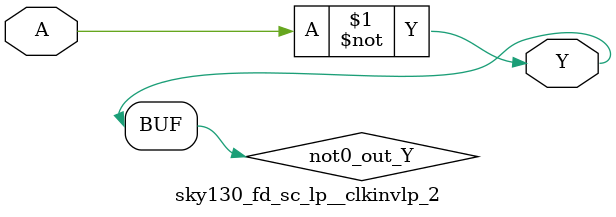
<source format=v>
/*
 * Copyright 2020 The SkyWater PDK Authors
 *
 * Licensed under the Apache License, Version 2.0 (the "License");
 * you may not use this file except in compliance with the License.
 * You may obtain a copy of the License at
 *
 *     https://www.apache.org/licenses/LICENSE-2.0
 *
 * Unless required by applicable law or agreed to in writing, software
 * distributed under the License is distributed on an "AS IS" BASIS,
 * WITHOUT WARRANTIES OR CONDITIONS OF ANY KIND, either express or implied.
 * See the License for the specific language governing permissions and
 * limitations under the License.
 *
 * SPDX-License-Identifier: Apache-2.0
*/


`ifndef SKY130_FD_SC_LP__CLKINVLP_2_FUNCTIONAL_V
`define SKY130_FD_SC_LP__CLKINVLP_2_FUNCTIONAL_V

/**
 * clkinvlp: Lower power Clock tree inverter.
 *
 * Verilog simulation functional model.
 */

`timescale 1ns / 1ps
`default_nettype none

`celldefine
module sky130_fd_sc_lp__clkinvlp_2 (
    Y,
    A
);

    // Module ports
    output Y;
    input  A;

    // Local signals
    wire not0_out_Y;

    //  Name  Output      Other arguments
    not not0 (not0_out_Y, A              );
    buf buf0 (Y         , not0_out_Y     );

endmodule
`endcelldefine

`default_nettype wire
`endif  // SKY130_FD_SC_LP__CLKINVLP_2_FUNCTIONAL_V

</source>
